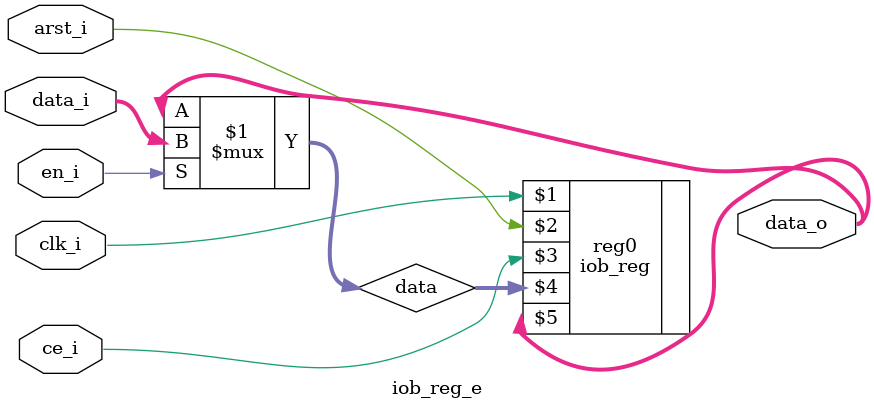
<source format=v>
`timescale 1ns / 1ps

module iob_reg_e
  #(
    parameter DATA_W = 0,
    parameter RST_VAL = 0
    )
   (
    input                   clk_i,
    input                   arst_i,
    input                   ce_i,
    input                   en_i,
    input [DATA_W-1:0]      data_i,
    output reg [DATA_W-1:0] data_o
    );

   wire [DATA_W-1:0]    data;
   assign data = en_i? data_i: data_o;

   iob_reg #(DATA_W, RST_VAL) reg0 (clk_i, arst_i, ce_i, data, data_o);

endmodule

</source>
